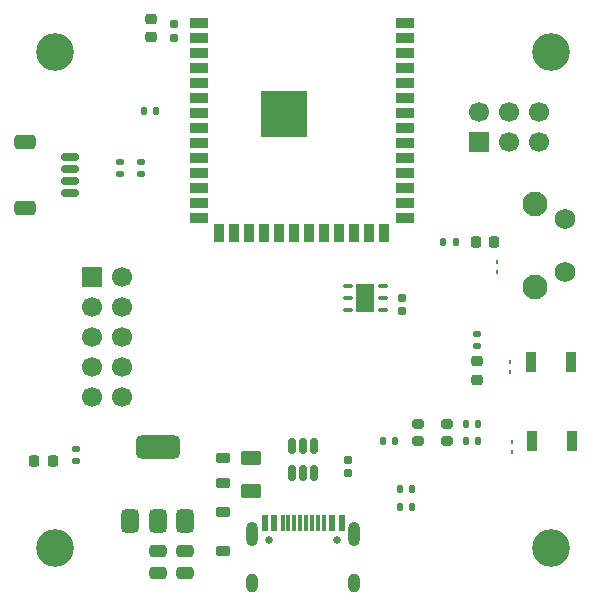
<source format=gbr>
%TF.GenerationSoftware,KiCad,Pcbnew,9.0.2*%
%TF.CreationDate,2025-07-27T12:29:31+02:00*%
%TF.ProjectId,ESP32-S3-TESTBOARD,45535033-322d-4533-932d-54455354424f,rev?*%
%TF.SameCoordinates,Original*%
%TF.FileFunction,Soldermask,Top*%
%TF.FilePolarity,Negative*%
%FSLAX46Y46*%
G04 Gerber Fmt 4.6, Leading zero omitted, Abs format (unit mm)*
G04 Created by KiCad (PCBNEW 9.0.2) date 2025-07-27 12:29:31*
%MOMM*%
%LPD*%
G01*
G04 APERTURE LIST*
G04 Aperture macros list*
%AMRoundRect*
0 Rectangle with rounded corners*
0 $1 Rounding radius*
0 $2 $3 $4 $5 $6 $7 $8 $9 X,Y pos of 4 corners*
0 Add a 4 corners polygon primitive as box body*
4,1,4,$2,$3,$4,$5,$6,$7,$8,$9,$2,$3,0*
0 Add four circle primitives for the rounded corners*
1,1,$1+$1,$2,$3*
1,1,$1+$1,$4,$5*
1,1,$1+$1,$6,$7*
1,1,$1+$1,$8,$9*
0 Add four rect primitives between the rounded corners*
20,1,$1+$1,$2,$3,$4,$5,0*
20,1,$1+$1,$4,$5,$6,$7,0*
20,1,$1+$1,$6,$7,$8,$9,0*
20,1,$1+$1,$8,$9,$2,$3,0*%
G04 Aperture macros list end*
%ADD10R,0.900000X1.700000*%
%ADD11RoundRect,0.375000X0.375000X-0.625000X0.375000X0.625000X-0.375000X0.625000X-0.375000X-0.625000X0*%
%ADD12RoundRect,0.500000X1.400000X-0.500000X1.400000X0.500000X-1.400000X0.500000X-1.400000X-0.500000X0*%
%ADD13RoundRect,0.250000X-0.475000X0.250000X-0.475000X-0.250000X0.475000X-0.250000X0.475000X0.250000X0*%
%ADD14RoundRect,0.225000X-0.225000X-0.250000X0.225000X-0.250000X0.225000X0.250000X-0.225000X0.250000X0*%
%ADD15C,2.100000*%
%ADD16C,1.750000*%
%ADD17RoundRect,0.150000X-0.625000X0.150000X-0.625000X-0.150000X0.625000X-0.150000X0.625000X0.150000X0*%
%ADD18RoundRect,0.250000X-0.650000X0.350000X-0.650000X-0.350000X0.650000X-0.350000X0.650000X0.350000X0*%
%ADD19RoundRect,0.225000X0.250000X-0.225000X0.250000X0.225000X-0.250000X0.225000X-0.250000X-0.225000X0*%
%ADD20C,3.200000*%
%ADD21RoundRect,0.225000X0.375000X-0.225000X0.375000X0.225000X-0.375000X0.225000X-0.375000X-0.225000X0*%
%ADD22RoundRect,0.200000X-0.300000X-0.200000X0.300000X-0.200000X0.300000X0.200000X-0.300000X0.200000X0*%
%ADD23RoundRect,0.135000X-0.135000X-0.185000X0.135000X-0.185000X0.135000X0.185000X-0.135000X0.185000X0*%
%ADD24RoundRect,0.062500X-0.062500X0.117500X-0.062500X-0.117500X0.062500X-0.117500X0.062500X0.117500X0*%
%ADD25R,1.700000X1.700000*%
%ADD26C,1.700000*%
%ADD27RoundRect,0.135000X-0.185000X0.135000X-0.185000X-0.135000X0.185000X-0.135000X0.185000X0.135000X0*%
%ADD28RoundRect,0.218750X-0.218750X-0.256250X0.218750X-0.256250X0.218750X0.256250X-0.218750X0.256250X0*%
%ADD29RoundRect,0.135000X0.135000X0.185000X-0.135000X0.185000X-0.135000X-0.185000X0.135000X-0.185000X0*%
%ADD30RoundRect,0.150000X0.150000X-0.512500X0.150000X0.512500X-0.150000X0.512500X-0.150000X-0.512500X0*%
%ADD31C,0.650000*%
%ADD32R,0.600000X1.450000*%
%ADD33R,0.300000X1.450000*%
%ADD34O,1.000000X2.100000*%
%ADD35O,1.000000X1.600000*%
%ADD36RoundRect,0.100000X-0.300000X-0.100000X0.300000X-0.100000X0.300000X0.100000X-0.300000X0.100000X0*%
%ADD37R,1.500000X2.400000*%
%ADD38RoundRect,0.225000X-0.250000X0.225000X-0.250000X-0.225000X0.250000X-0.225000X0.250000X0.225000X0*%
%ADD39RoundRect,0.155000X-0.155000X0.212500X-0.155000X-0.212500X0.155000X-0.212500X0.155000X0.212500X0*%
%ADD40RoundRect,0.250000X0.625000X-0.375000X0.625000X0.375000X-0.625000X0.375000X-0.625000X-0.375000X0*%
%ADD41RoundRect,0.155000X0.155000X-0.212500X0.155000X0.212500X-0.155000X0.212500X-0.155000X-0.212500X0*%
%ADD42R,1.500000X0.900000*%
%ADD43R,0.900000X1.500000*%
%ADD44C,0.600000*%
%ADD45R,3.900000X3.900000*%
%ADD46RoundRect,0.218750X-0.381250X0.218750X-0.381250X-0.218750X0.381250X-0.218750X0.381250X0.218750X0*%
G04 APERTURE END LIST*
D10*
%TO.C,SW1*%
X160700000Y-117200000D03*
X157300000Y-117200000D03*
%TD*%
D11*
%TO.C,U3*%
X123375000Y-130725000D03*
X125675000Y-130725000D03*
D12*
X125675000Y-124425000D03*
D11*
X127975000Y-130725000D03*
%TD*%
D13*
%TO.C,C5*%
X127975000Y-133200000D03*
X127975000Y-135100000D03*
%TD*%
%TO.C,C6*%
X125675000Y-133200000D03*
X125675000Y-135100000D03*
%TD*%
D14*
%TO.C,C7*%
X152620000Y-107100000D03*
X154170000Y-107100000D03*
%TD*%
D15*
%TO.C,SW3*%
X157647500Y-103875000D03*
X157647500Y-110885000D03*
D16*
X160137500Y-105125000D03*
X160137500Y-109625000D03*
%TD*%
D17*
%TO.C,J4*%
X118300000Y-99900000D03*
X118300000Y-100900000D03*
X118300000Y-101900000D03*
X118300000Y-102900000D03*
D18*
X114425000Y-98600000D03*
X114425000Y-104200000D03*
%TD*%
D10*
%TO.C,SW2*%
X160800000Y-123950000D03*
X157400000Y-123950000D03*
%TD*%
D19*
%TO.C,C2*%
X125150000Y-89750000D03*
X125150000Y-88200000D03*
%TD*%
D20*
%TO.C,H1*%
X117000000Y-91000000D03*
%TD*%
D21*
%TO.C,D1*%
X131250000Y-133200000D03*
X131250000Y-129900000D03*
%TD*%
D22*
%TO.C,D5*%
X147700000Y-122500000D03*
X147700000Y-123900000D03*
X150200000Y-123900000D03*
X150200000Y-122500000D03*
%TD*%
D23*
%TO.C,R7*%
X151790000Y-123900000D03*
X152810000Y-123900000D03*
%TD*%
D24*
%TO.C,D2*%
X155500000Y-118047500D03*
X155500000Y-117207500D03*
%TD*%
D25*
%TO.C,J2*%
X120125000Y-109995000D03*
D26*
X122665000Y-109995000D03*
X120125000Y-112535000D03*
X122665000Y-112535000D03*
X120125000Y-115075000D03*
X122665000Y-115075000D03*
X120125000Y-117615000D03*
X122665000Y-117615000D03*
X120125000Y-120155000D03*
X122665000Y-120155000D03*
%TD*%
D27*
%TO.C,R10*%
X122490000Y-100315000D03*
X122490000Y-101335000D03*
%TD*%
D28*
%TO.C,D3*%
X115250000Y-125600000D03*
X116825000Y-125600000D03*
%TD*%
D27*
%TO.C,R11*%
X124250000Y-100315000D03*
X124250000Y-101335000D03*
%TD*%
D29*
%TO.C,R6*%
X145810000Y-123900000D03*
X144790000Y-123900000D03*
%TD*%
D30*
%TO.C,U1*%
X137050000Y-126637500D03*
X138000000Y-126637500D03*
X138950000Y-126637500D03*
X138950000Y-124362500D03*
X138000000Y-124362500D03*
X137050000Y-124362500D03*
%TD*%
D27*
%TO.C,R5*%
X118737500Y-124590000D03*
X118737500Y-125610000D03*
%TD*%
%TO.C,R2*%
X152700000Y-114840000D03*
X152700000Y-115860000D03*
%TD*%
D31*
%TO.C,J1*%
X135110000Y-132300000D03*
X140890000Y-132300000D03*
D32*
X134750000Y-130855000D03*
X135550000Y-130855000D03*
D33*
X136750000Y-130855000D03*
X137750000Y-130855000D03*
X138250000Y-130855000D03*
X139250000Y-130855000D03*
D32*
X140450000Y-130855000D03*
X141250000Y-130855000D03*
X141250000Y-130855000D03*
X140450000Y-130855000D03*
D33*
X139750000Y-130855000D03*
X138750000Y-130855000D03*
X137250000Y-130855000D03*
X136250000Y-130855000D03*
D32*
X135550000Y-130855000D03*
X134750000Y-130855000D03*
D34*
X133680000Y-131770000D03*
D35*
X133680000Y-135950000D03*
D34*
X142320000Y-131770000D03*
D35*
X142320000Y-135950000D03*
%TD*%
D23*
%TO.C,R8*%
X149880000Y-107100000D03*
X150900000Y-107100000D03*
%TD*%
D36*
%TO.C,U4*%
X141825000Y-110825000D03*
X141825000Y-111825000D03*
X141825000Y-112825000D03*
X144725000Y-112825000D03*
X144725000Y-111825000D03*
X144725000Y-110825000D03*
D37*
X143275000Y-111825000D03*
%TD*%
D23*
%TO.C,R1*%
X124540000Y-96000000D03*
X125560000Y-96000000D03*
%TD*%
D38*
%TO.C,C4*%
X152700000Y-117175000D03*
X152700000Y-118725000D03*
%TD*%
D23*
%TO.C,R3*%
X146180000Y-127975000D03*
X147200000Y-127975000D03*
%TD*%
D24*
%TO.C,D6*%
X154400000Y-109620000D03*
X154400000Y-108780000D03*
%TD*%
D25*
%TO.C,J3*%
X152860000Y-98600000D03*
D26*
X152860000Y-96060000D03*
X155400000Y-98600000D03*
X155400000Y-96060000D03*
X157940000Y-98600000D03*
X157940000Y-96060000D03*
%TD*%
D24*
%TO.C,D4*%
X155700000Y-124820000D03*
X155700000Y-123980000D03*
%TD*%
D20*
%TO.C,H2*%
X159000000Y-91000000D03*
%TD*%
D23*
%TO.C,R4*%
X146190000Y-129475000D03*
X147210000Y-129475000D03*
%TD*%
D39*
%TO.C,C8*%
X146325000Y-111807500D03*
X146325000Y-112942500D03*
%TD*%
D23*
%TO.C,R9*%
X151780000Y-122500000D03*
X152800000Y-122500000D03*
%TD*%
D39*
%TO.C,C1*%
X141800000Y-125507500D03*
X141800000Y-126642500D03*
%TD*%
D40*
%TO.C,F1*%
X133600000Y-128150000D03*
X133600000Y-125350000D03*
%TD*%
D20*
%TO.C,H3*%
X117000000Y-133000000D03*
%TD*%
D41*
%TO.C,C3*%
X127050000Y-89767500D03*
X127050000Y-88632500D03*
%TD*%
D42*
%TO.C,U2*%
X129150000Y-88540000D03*
X129150000Y-89810000D03*
X129150000Y-91080000D03*
X129150000Y-92350000D03*
X129150000Y-93620000D03*
X129150000Y-94890000D03*
X129150000Y-96160000D03*
X129150000Y-97430000D03*
X129150000Y-98700000D03*
X129150000Y-99970000D03*
X129150000Y-101240000D03*
X129150000Y-102510000D03*
X129150000Y-103780000D03*
X129150000Y-105050000D03*
D43*
X130915000Y-106300000D03*
X132185000Y-106300000D03*
X133455000Y-106300000D03*
X134725000Y-106300000D03*
X135995000Y-106300000D03*
X137265000Y-106300000D03*
X138535000Y-106300000D03*
X139805000Y-106300000D03*
X141075000Y-106300000D03*
X142345000Y-106300000D03*
X143615000Y-106300000D03*
X144885000Y-106300000D03*
D42*
X146650000Y-105050000D03*
X146650000Y-103780000D03*
X146650000Y-102510000D03*
X146650000Y-101240000D03*
X146650000Y-99970000D03*
X146650000Y-98700000D03*
X146650000Y-97430000D03*
X146650000Y-96160000D03*
X146650000Y-94890000D03*
X146650000Y-93620000D03*
X146650000Y-92350000D03*
X146650000Y-91080000D03*
X146650000Y-89810000D03*
X146650000Y-88540000D03*
D44*
X135000000Y-95560000D03*
X135000000Y-96960000D03*
X135700000Y-94860000D03*
X135700000Y-96260000D03*
X135700000Y-97660000D03*
X136400000Y-95560000D03*
D45*
X136400000Y-96260000D03*
D44*
X136400000Y-96960000D03*
X137100000Y-94860000D03*
X137100000Y-96260000D03*
X137100000Y-97660000D03*
X137800000Y-95560000D03*
X137800000Y-96960000D03*
%TD*%
D46*
%TO.C,FB1*%
X131225000Y-125387500D03*
X131225000Y-127512500D03*
%TD*%
D20*
%TO.C,H4*%
X159000000Y-133000000D03*
%TD*%
M02*

</source>
